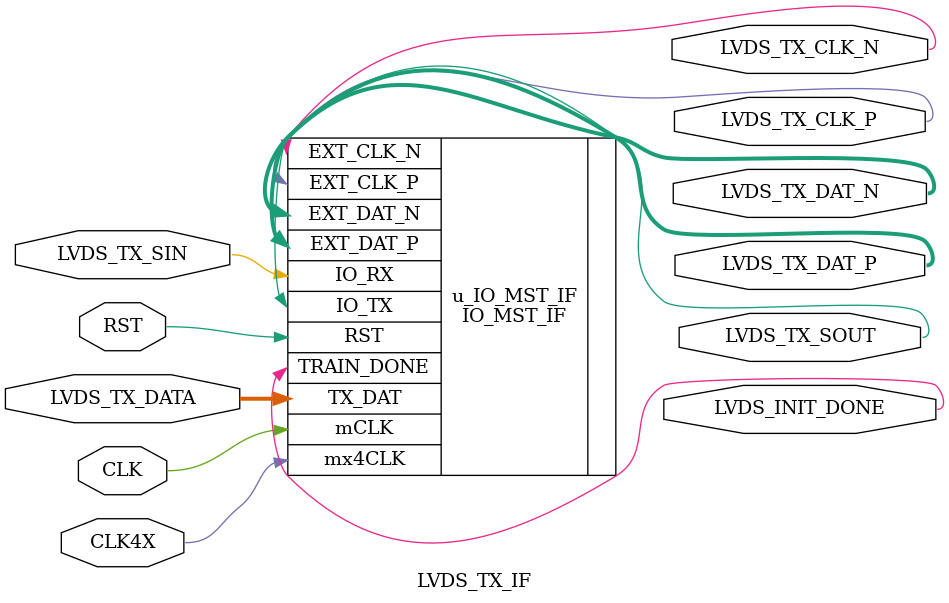
<source format=v>
														
`timescale 1ns/ 1ps										
														
module LVDS_TX_IF #(									
	parameter	P_5MS 				= 20'h98968			,
	parameter	C_DATA_WIDTH		= 16				
)(														
// Clock & Reset										
	input							CLK					,//125MHz Clock
	input							CLK4X				,//500MHz Clock
	input							RST					,//Reset, Active High
	output							LVDS_INIT_DONE		,//LVDS Initial Done
//User Tx Data Port															
	input	[C_DATA_WIDTH*8-1:0]	LVDS_TX_DATA		,//LVDS transmit Data
																			
//LVDS Transfer IF															
	output							LVDS_TX_CLK_P		,//LVDS clock on FMC1
	output							LVDS_TX_CLK_N		,//LVDS clock on FMC1
	output	[C_DATA_WIDTH  -1:0]	LVDS_TX_DAT_P		,//LVDS CH0 Lane0 FMC1
	output	[C_DATA_WIDTH  -1:0]	LVDS_TX_DAT_N		,//LVDS CH0 Lane0 FMC1
	output							LVDS_TX_SOUT		,//LVDS Serial TX
	input							LVDS_TX_SIN			 //LVDS Serial RX
);															
															
// io-transmit module										
IO_MST_IF #( 												
	.P_5MS 							( P_5MS				),	
	.C_DATA_WIDTH 					( C_DATA_WIDTH		)	
) u_IO_MST_IF (												
// Clock & Reset											
	.mCLK							( CLK				),	
	.mx4CLK							( CLK4X				),	
	.RST							( RST				),	
// Internal interface										
	.TX_DAT							( LVDS_TX_DATA		),	
// External Interface										
	.EXT_CLK_P						( LVDS_TX_CLK_P		),	
	.EXT_CLK_N						( LVDS_TX_CLK_N		),	
	.EXT_DAT_P						( LVDS_TX_DAT_P		),	
	.EXT_DAT_N						( LVDS_TX_DAT_N		),	
// Serial Interface											
	.IO_RX							( LVDS_TX_SIN		),	
	.IO_TX							( LVDS_TX_SOUT		),	
// Result Information										
	.TRAIN_DONE						( LVDS_INIT_DONE	)	
);															
															
endmodule
</source>
